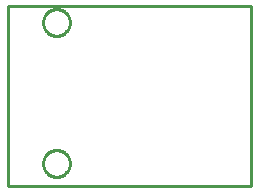
<source format=gbr>
G04 EAGLE Gerber RS-274X export*
G75*
%MOMM*%
%FSLAX34Y34*%
%LPD*%
%IN*%
%IPPOS*%
%AMOC8*
5,1,8,0,0,1.08239X$1,22.5*%
G01*
%ADD10C,0.254000*%


D10*
X0Y0D02*
X206250Y0D01*
X206250Y152300D01*
X0Y152300D01*
X0Y0D01*
X52578Y18606D02*
X52508Y17720D01*
X52369Y16843D01*
X52162Y15980D01*
X51888Y15135D01*
X51548Y14314D01*
X51144Y13523D01*
X50680Y12766D01*
X50158Y12047D01*
X49581Y11372D01*
X48953Y10744D01*
X48278Y10167D01*
X47559Y9645D01*
X46802Y9181D01*
X46011Y8777D01*
X45190Y8437D01*
X44345Y8163D01*
X43482Y7956D01*
X42605Y7817D01*
X41719Y7747D01*
X40831Y7747D01*
X39945Y7817D01*
X39068Y7956D01*
X38205Y8163D01*
X37360Y8437D01*
X36539Y8777D01*
X35748Y9181D01*
X34991Y9645D01*
X34272Y10167D01*
X33597Y10744D01*
X32969Y11372D01*
X32392Y12047D01*
X31870Y12766D01*
X31406Y13523D01*
X31002Y14314D01*
X30662Y15135D01*
X30388Y15980D01*
X30181Y16843D01*
X30042Y17720D01*
X29972Y18606D01*
X29972Y19494D01*
X30042Y20380D01*
X30181Y21257D01*
X30388Y22120D01*
X30662Y22965D01*
X31002Y23786D01*
X31406Y24577D01*
X31870Y25334D01*
X32392Y26053D01*
X32969Y26728D01*
X33597Y27356D01*
X34272Y27933D01*
X34991Y28455D01*
X35748Y28919D01*
X36539Y29323D01*
X37360Y29663D01*
X38205Y29937D01*
X39068Y30144D01*
X39945Y30283D01*
X40831Y30353D01*
X41719Y30353D01*
X42605Y30283D01*
X43482Y30144D01*
X44345Y29937D01*
X45190Y29663D01*
X46011Y29323D01*
X46802Y28919D01*
X47559Y28455D01*
X48278Y27933D01*
X48953Y27356D01*
X49581Y26728D01*
X50158Y26053D01*
X50680Y25334D01*
X51144Y24577D01*
X51548Y23786D01*
X51888Y22965D01*
X52162Y22120D01*
X52369Y21257D01*
X52508Y20380D01*
X52578Y19494D01*
X52578Y18606D01*
X52578Y137986D02*
X52508Y137100D01*
X52369Y136223D01*
X52162Y135360D01*
X51888Y134515D01*
X51548Y133694D01*
X51144Y132903D01*
X50680Y132146D01*
X50158Y131427D01*
X49581Y130752D01*
X48953Y130124D01*
X48278Y129547D01*
X47559Y129025D01*
X46802Y128561D01*
X46011Y128157D01*
X45190Y127817D01*
X44345Y127543D01*
X43482Y127336D01*
X42605Y127197D01*
X41719Y127127D01*
X40831Y127127D01*
X39945Y127197D01*
X39068Y127336D01*
X38205Y127543D01*
X37360Y127817D01*
X36539Y128157D01*
X35748Y128561D01*
X34991Y129025D01*
X34272Y129547D01*
X33597Y130124D01*
X32969Y130752D01*
X32392Y131427D01*
X31870Y132146D01*
X31406Y132903D01*
X31002Y133694D01*
X30662Y134515D01*
X30388Y135360D01*
X30181Y136223D01*
X30042Y137100D01*
X29972Y137986D01*
X29972Y138874D01*
X30042Y139760D01*
X30181Y140637D01*
X30388Y141500D01*
X30662Y142345D01*
X31002Y143166D01*
X31406Y143957D01*
X31870Y144714D01*
X32392Y145433D01*
X32969Y146108D01*
X33597Y146736D01*
X34272Y147313D01*
X34991Y147835D01*
X35748Y148299D01*
X36539Y148703D01*
X37360Y149043D01*
X38205Y149317D01*
X39068Y149524D01*
X39945Y149663D01*
X40831Y149733D01*
X41719Y149733D01*
X42605Y149663D01*
X43482Y149524D01*
X44345Y149317D01*
X45190Y149043D01*
X46011Y148703D01*
X46802Y148299D01*
X47559Y147835D01*
X48278Y147313D01*
X48953Y146736D01*
X49581Y146108D01*
X50158Y145433D01*
X50680Y144714D01*
X51144Y143957D01*
X51548Y143166D01*
X51888Y142345D01*
X52162Y141500D01*
X52369Y140637D01*
X52508Y139760D01*
X52578Y138874D01*
X52578Y137986D01*
M02*

</source>
